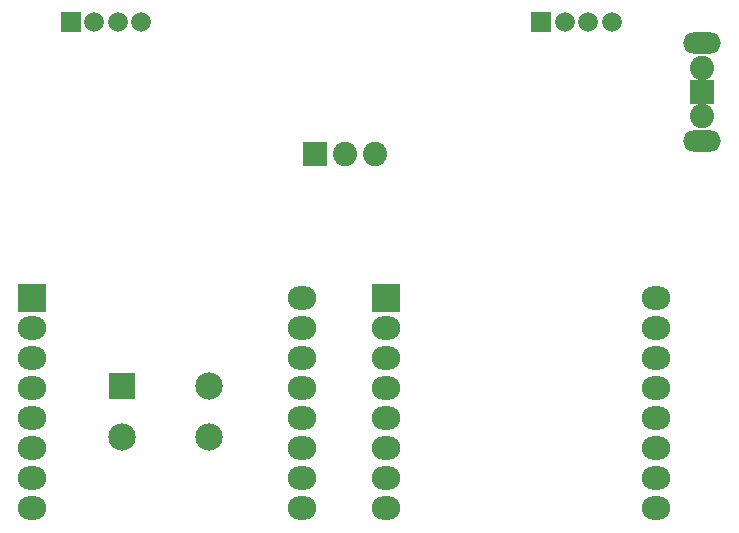
<source format=gts>
G04 #@! TF.GenerationSoftware,KiCad,Pcbnew,5.1.5*
G04 #@! TF.CreationDate,2020-03-04T16:52:44+01:00*
G04 #@! TF.ProjectId,captobox,63617074-6f62-46f7-982e-6b696361645f,rev?*
G04 #@! TF.SameCoordinates,Original*
G04 #@! TF.FileFunction,Soldermask,Top*
G04 #@! TF.FilePolarity,Negative*
%FSLAX46Y46*%
G04 Gerber Fmt 4.6, Leading zero omitted, Abs format (unit mm)*
G04 Created by KiCad (PCBNEW 5.1.5) date 2020-03-04 16:52:44*
%MOMM*%
%LPD*%
G04 APERTURE LIST*
%ADD10O,2.400000X2.000000*%
%ADD11R,2.400000X2.400000*%
%ADD12C,1.670000*%
%ADD13R,1.670000X1.670000*%
%ADD14C,2.051000*%
%ADD15R,2.051000X2.051000*%
%ADD16O,3.194000X1.797000*%
%ADD17C,2.305000*%
%ADD18R,2.305000X2.305000*%
G04 APERTURE END LIST*
D10*
X187575001Y-100000000D03*
X187575001Y-102540000D03*
X187575001Y-105080000D03*
X187575001Y-107620000D03*
X187575001Y-110160000D03*
X187575001Y-112700000D03*
X187575001Y-115240000D03*
X187575001Y-117780000D03*
X164715001Y-117780000D03*
X164715001Y-115240000D03*
X164715001Y-112700000D03*
X164715001Y-110160000D03*
X164715001Y-107620000D03*
X164715001Y-105080000D03*
D11*
X164715001Y-100000000D03*
D10*
X164715001Y-102540000D03*
X134715001Y-102540000D03*
D11*
X134715001Y-100000000D03*
D10*
X134715001Y-105080000D03*
X134715001Y-107620000D03*
X134715001Y-110160000D03*
X134715001Y-112700000D03*
X134715001Y-115240000D03*
X134715001Y-117780000D03*
X157575001Y-117780000D03*
X157575001Y-115240000D03*
X157575001Y-112700000D03*
X157575001Y-110160000D03*
X157575001Y-107620000D03*
X157575001Y-105080000D03*
X157575001Y-102540000D03*
X157575001Y-100000000D03*
D12*
X143999740Y-76600000D03*
X141998220Y-76600000D03*
X140001780Y-76600000D03*
D13*
X138000260Y-76600120D03*
D14*
X163740000Y-87800000D03*
X161200000Y-87800000D03*
D15*
X158660000Y-87800000D03*
D13*
X177850520Y-76600120D03*
D12*
X179852040Y-76600000D03*
X181848480Y-76600000D03*
X183850000Y-76600000D03*
D14*
X191500000Y-80468000D03*
X191500000Y-84532000D03*
D15*
X191500000Y-82500000D03*
D16*
X191500000Y-78334400D03*
X191500000Y-86665600D03*
D17*
X149750000Y-107432000D03*
X149750000Y-111750000D03*
X142384000Y-111750000D03*
D18*
X142384000Y-107432000D03*
M02*

</source>
